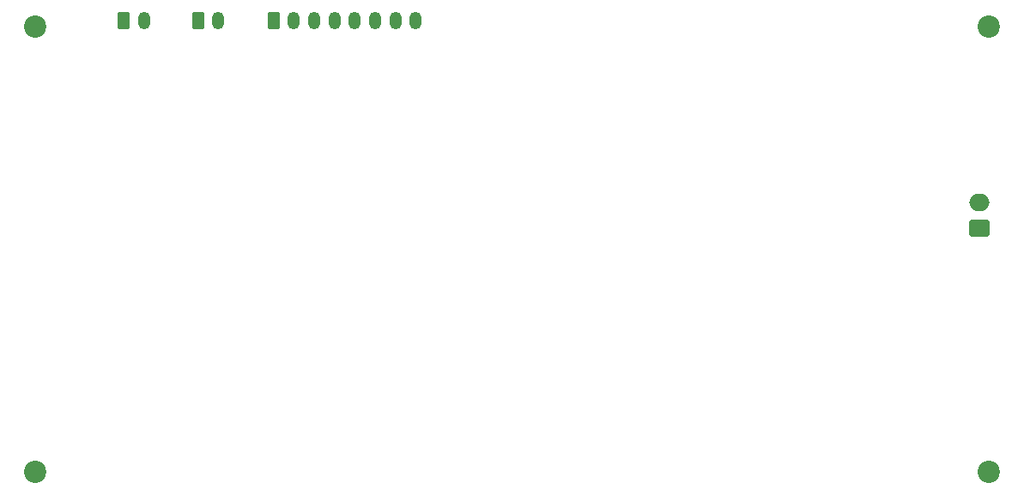
<source format=gbr>
%TF.GenerationSoftware,KiCad,Pcbnew,7.0.11-2.fc38*%
%TF.CreationDate,2024-04-10T19:42:05+01:00*%
%TF.ProjectId,music-box,6d757369-632d-4626-9f78-2e6b69636164,rev?*%
%TF.SameCoordinates,Original*%
%TF.FileFunction,Soldermask,Bot*%
%TF.FilePolarity,Negative*%
%FSLAX46Y46*%
G04 Gerber Fmt 4.6, Leading zero omitted, Abs format (unit mm)*
G04 Created by KiCad (PCBNEW 7.0.11-2.fc38) date 2024-04-10 19:42:05*
%MOMM*%
%LPD*%
G01*
G04 APERTURE LIST*
G04 Aperture macros list*
%AMRoundRect*
0 Rectangle with rounded corners*
0 $1 Rounding radius*
0 $2 $3 $4 $5 $6 $7 $8 $9 X,Y pos of 4 corners*
0 Add a 4 corners polygon primitive as box body*
4,1,4,$2,$3,$4,$5,$6,$7,$8,$9,$2,$3,0*
0 Add four circle primitives for the rounded corners*
1,1,$1+$1,$2,$3*
1,1,$1+$1,$4,$5*
1,1,$1+$1,$6,$7*
1,1,$1+$1,$8,$9*
0 Add four rect primitives between the rounded corners*
20,1,$1+$1,$2,$3,$4,$5,0*
20,1,$1+$1,$4,$5,$6,$7,0*
20,1,$1+$1,$6,$7,$8,$9,0*
20,1,$1+$1,$8,$9,$2,$3,0*%
G04 Aperture macros list end*
%ADD10C,2.200000*%
%ADD11RoundRect,0.250000X0.750000X-0.600000X0.750000X0.600000X-0.750000X0.600000X-0.750000X-0.600000X0*%
%ADD12O,2.000000X1.700000*%
%ADD13RoundRect,0.250000X-0.350000X-0.625000X0.350000X-0.625000X0.350000X0.625000X-0.350000X0.625000X0*%
%ADD14O,1.200000X1.750000*%
G04 APERTURE END LIST*
D10*
%TO.C,H3*%
X197000000Y-103000000D03*
%TD*%
D11*
%TO.C,J1*%
X196120000Y-122930000D03*
D12*
X196120000Y-120430000D03*
%TD*%
D10*
%TO.C,H2*%
X103000000Y-147000000D03*
%TD*%
%TO.C,H4*%
X197000000Y-147000000D03*
%TD*%
D13*
%TO.C,J3*%
X119020000Y-102480000D03*
D14*
X121020000Y-102480000D03*
%TD*%
D13*
%TO.C,J4*%
X111700000Y-102410000D03*
D14*
X113700000Y-102410000D03*
%TD*%
D10*
%TO.C,H1*%
X103000000Y-103000000D03*
%TD*%
D13*
%TO.C,J5*%
X126490000Y-102480000D03*
D14*
X128490000Y-102480000D03*
X130490000Y-102480000D03*
X132490000Y-102480000D03*
X134490000Y-102480000D03*
X136490000Y-102480000D03*
X138490000Y-102480000D03*
X140490000Y-102480000D03*
%TD*%
M02*

</source>
